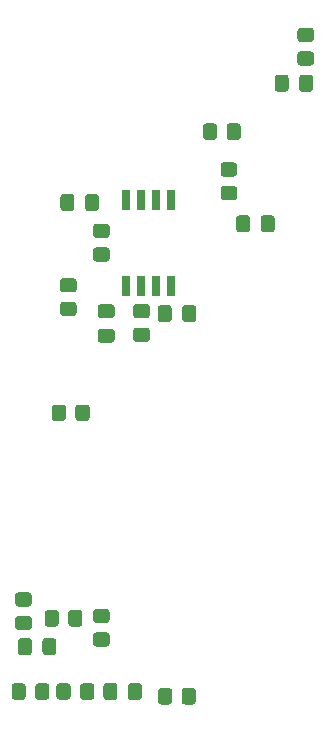
<source format=gbr>
%TF.GenerationSoftware,KiCad,Pcbnew,5.1.10*%
%TF.CreationDate,2021-09-21T18:47:02-07:00*%
%TF.ProjectId,MainBoard,4d61696e-426f-4617-9264-2e6b69636164,rev?*%
%TF.SameCoordinates,Original*%
%TF.FileFunction,Paste,Bot*%
%TF.FilePolarity,Positive*%
%FSLAX46Y46*%
G04 Gerber Fmt 4.6, Leading zero omitted, Abs format (unit mm)*
G04 Created by KiCad (PCBNEW 5.1.10) date 2021-09-21 18:47:02*
%MOMM*%
%LPD*%
G01*
G04 APERTURE LIST*
%ADD10R,0.650000X1.700000*%
G04 APERTURE END LIST*
D10*
%TO.C,IC1*%
X102305000Y-91150000D03*
X101035000Y-91150000D03*
X99765000Y-91150000D03*
X98495000Y-91150000D03*
X98495000Y-98450000D03*
X99765000Y-98450000D03*
X101035000Y-98450000D03*
X102305000Y-98450000D03*
%TD*%
%TO.C,R23*%
G36*
G01*
X94200000Y-109650001D02*
X94200000Y-108749999D01*
G75*
G02*
X94449999Y-108500000I249999J0D01*
G01*
X95150001Y-108500000D01*
G75*
G02*
X95400000Y-108749999I0J-249999D01*
G01*
X95400000Y-109650001D01*
G75*
G02*
X95150001Y-109900000I-249999J0D01*
G01*
X94449999Y-109900000D01*
G75*
G02*
X94200000Y-109650001I0J249999D01*
G01*
G37*
G36*
G01*
X92200000Y-109650001D02*
X92200000Y-108749999D01*
G75*
G02*
X92449999Y-108500000I249999J0D01*
G01*
X93150001Y-108500000D01*
G75*
G02*
X93400000Y-108749999I0J-249999D01*
G01*
X93400000Y-109650001D01*
G75*
G02*
X93150001Y-109900000I-249999J0D01*
G01*
X92449999Y-109900000D01*
G75*
G02*
X92200000Y-109650001I0J249999D01*
G01*
G37*
%TD*%
%TO.C,R22*%
G36*
G01*
X102400000Y-132749999D02*
X102400000Y-133650001D01*
G75*
G02*
X102150001Y-133900000I-249999J0D01*
G01*
X101449999Y-133900000D01*
G75*
G02*
X101200000Y-133650001I0J249999D01*
G01*
X101200000Y-132749999D01*
G75*
G02*
X101449999Y-132500000I249999J0D01*
G01*
X102150001Y-132500000D01*
G75*
G02*
X102400000Y-132749999I0J-249999D01*
G01*
G37*
G36*
G01*
X104400000Y-132749999D02*
X104400000Y-133650001D01*
G75*
G02*
X104150001Y-133900000I-249999J0D01*
G01*
X103449999Y-133900000D01*
G75*
G02*
X103200000Y-133650001I0J249999D01*
G01*
X103200000Y-132749999D01*
G75*
G02*
X103449999Y-132500000I249999J0D01*
G01*
X104150001Y-132500000D01*
G75*
G02*
X104400000Y-132749999I0J-249999D01*
G01*
G37*
%TD*%
%TO.C,R17*%
G36*
G01*
X106749999Y-90000000D02*
X107650001Y-90000000D01*
G75*
G02*
X107900000Y-90249999I0J-249999D01*
G01*
X107900000Y-90950001D01*
G75*
G02*
X107650001Y-91200000I-249999J0D01*
G01*
X106749999Y-91200000D01*
G75*
G02*
X106500000Y-90950001I0J249999D01*
G01*
X106500000Y-90249999D01*
G75*
G02*
X106749999Y-90000000I249999J0D01*
G01*
G37*
G36*
G01*
X106749999Y-88000000D02*
X107650001Y-88000000D01*
G75*
G02*
X107900000Y-88249999I0J-249999D01*
G01*
X107900000Y-88950001D01*
G75*
G02*
X107650001Y-89200000I-249999J0D01*
G01*
X106749999Y-89200000D01*
G75*
G02*
X106500000Y-88950001I0J249999D01*
G01*
X106500000Y-88249999D01*
G75*
G02*
X106749999Y-88000000I249999J0D01*
G01*
G37*
%TD*%
%TO.C,R15*%
G36*
G01*
X90250001Y-125600000D02*
X89349999Y-125600000D01*
G75*
G02*
X89100000Y-125350001I0J249999D01*
G01*
X89100000Y-124649999D01*
G75*
G02*
X89349999Y-124400000I249999J0D01*
G01*
X90250001Y-124400000D01*
G75*
G02*
X90500000Y-124649999I0J-249999D01*
G01*
X90500000Y-125350001D01*
G75*
G02*
X90250001Y-125600000I-249999J0D01*
G01*
G37*
G36*
G01*
X90250001Y-127600000D02*
X89349999Y-127600000D01*
G75*
G02*
X89100000Y-127350001I0J249999D01*
G01*
X89100000Y-126649999D01*
G75*
G02*
X89349999Y-126400000I249999J0D01*
G01*
X90250001Y-126400000D01*
G75*
G02*
X90500000Y-126649999I0J-249999D01*
G01*
X90500000Y-127350001D01*
G75*
G02*
X90250001Y-127600000I-249999J0D01*
G01*
G37*
%TD*%
%TO.C,R14*%
G36*
G01*
X93600000Y-127050001D02*
X93600000Y-126149999D01*
G75*
G02*
X93849999Y-125900000I249999J0D01*
G01*
X94550001Y-125900000D01*
G75*
G02*
X94800000Y-126149999I0J-249999D01*
G01*
X94800000Y-127050001D01*
G75*
G02*
X94550001Y-127300000I-249999J0D01*
G01*
X93849999Y-127300000D01*
G75*
G02*
X93600000Y-127050001I0J249999D01*
G01*
G37*
G36*
G01*
X91600000Y-127050001D02*
X91600000Y-126149999D01*
G75*
G02*
X91849999Y-125900000I249999J0D01*
G01*
X92550001Y-125900000D01*
G75*
G02*
X92800000Y-126149999I0J-249999D01*
G01*
X92800000Y-127050001D01*
G75*
G02*
X92550001Y-127300000I-249999J0D01*
G01*
X91849999Y-127300000D01*
G75*
G02*
X91600000Y-127050001I0J249999D01*
G01*
G37*
%TD*%
%TO.C,R13*%
G36*
G01*
X96850001Y-127000000D02*
X95949999Y-127000000D01*
G75*
G02*
X95700000Y-126750001I0J249999D01*
G01*
X95700000Y-126049999D01*
G75*
G02*
X95949999Y-125800000I249999J0D01*
G01*
X96850001Y-125800000D01*
G75*
G02*
X97100000Y-126049999I0J-249999D01*
G01*
X97100000Y-126750001D01*
G75*
G02*
X96850001Y-127000000I-249999J0D01*
G01*
G37*
G36*
G01*
X96850001Y-129000000D02*
X95949999Y-129000000D01*
G75*
G02*
X95700000Y-128750001I0J249999D01*
G01*
X95700000Y-128049999D01*
G75*
G02*
X95949999Y-127800000I249999J0D01*
G01*
X96850001Y-127800000D01*
G75*
G02*
X97100000Y-128049999I0J-249999D01*
G01*
X97100000Y-128750001D01*
G75*
G02*
X96850001Y-129000000I-249999J0D01*
G01*
G37*
%TD*%
%TO.C,R8*%
G36*
G01*
X95949999Y-95200000D02*
X96850001Y-95200000D01*
G75*
G02*
X97100000Y-95449999I0J-249999D01*
G01*
X97100000Y-96150001D01*
G75*
G02*
X96850001Y-96400000I-249999J0D01*
G01*
X95949999Y-96400000D01*
G75*
G02*
X95700000Y-96150001I0J249999D01*
G01*
X95700000Y-95449999D01*
G75*
G02*
X95949999Y-95200000I249999J0D01*
G01*
G37*
G36*
G01*
X95949999Y-93200000D02*
X96850001Y-93200000D01*
G75*
G02*
X97100000Y-93449999I0J-249999D01*
G01*
X97100000Y-94150001D01*
G75*
G02*
X96850001Y-94400000I-249999J0D01*
G01*
X95949999Y-94400000D01*
G75*
G02*
X95700000Y-94150001I0J249999D01*
G01*
X95700000Y-93449999D01*
G75*
G02*
X95949999Y-93200000I249999J0D01*
G01*
G37*
%TD*%
%TO.C,R7*%
G36*
G01*
X107000000Y-85850001D02*
X107000000Y-84949999D01*
G75*
G02*
X107249999Y-84700000I249999J0D01*
G01*
X107950001Y-84700000D01*
G75*
G02*
X108200000Y-84949999I0J-249999D01*
G01*
X108200000Y-85850001D01*
G75*
G02*
X107950001Y-86100000I-249999J0D01*
G01*
X107249999Y-86100000D01*
G75*
G02*
X107000000Y-85850001I0J249999D01*
G01*
G37*
G36*
G01*
X105000000Y-85850001D02*
X105000000Y-84949999D01*
G75*
G02*
X105249999Y-84700000I249999J0D01*
G01*
X105950001Y-84700000D01*
G75*
G02*
X106200000Y-84949999I0J-249999D01*
G01*
X106200000Y-85850001D01*
G75*
G02*
X105950001Y-86100000I-249999J0D01*
G01*
X105249999Y-86100000D01*
G75*
G02*
X105000000Y-85850001I0J249999D01*
G01*
G37*
%TD*%
%TO.C,R6*%
G36*
G01*
X113249999Y-78600000D02*
X114150001Y-78600000D01*
G75*
G02*
X114400000Y-78849999I0J-249999D01*
G01*
X114400000Y-79550001D01*
G75*
G02*
X114150001Y-79800000I-249999J0D01*
G01*
X113249999Y-79800000D01*
G75*
G02*
X113000000Y-79550001I0J249999D01*
G01*
X113000000Y-78849999D01*
G75*
G02*
X113249999Y-78600000I249999J0D01*
G01*
G37*
G36*
G01*
X113249999Y-76600000D02*
X114150001Y-76600000D01*
G75*
G02*
X114400000Y-76849999I0J-249999D01*
G01*
X114400000Y-77550001D01*
G75*
G02*
X114150001Y-77800000I-249999J0D01*
G01*
X113249999Y-77800000D01*
G75*
G02*
X113000000Y-77550001I0J249999D01*
G01*
X113000000Y-76849999D01*
G75*
G02*
X113249999Y-76600000I249999J0D01*
G01*
G37*
%TD*%
%TO.C,R5*%
G36*
G01*
X100250001Y-101200000D02*
X99349999Y-101200000D01*
G75*
G02*
X99100000Y-100950001I0J249999D01*
G01*
X99100000Y-100249999D01*
G75*
G02*
X99349999Y-100000000I249999J0D01*
G01*
X100250001Y-100000000D01*
G75*
G02*
X100500000Y-100249999I0J-249999D01*
G01*
X100500000Y-100950001D01*
G75*
G02*
X100250001Y-101200000I-249999J0D01*
G01*
G37*
G36*
G01*
X100250001Y-103200000D02*
X99349999Y-103200000D01*
G75*
G02*
X99100000Y-102950001I0J249999D01*
G01*
X99100000Y-102249999D01*
G75*
G02*
X99349999Y-102000000I249999J0D01*
G01*
X100250001Y-102000000D01*
G75*
G02*
X100500000Y-102249999I0J-249999D01*
G01*
X100500000Y-102950001D01*
G75*
G02*
X100250001Y-103200000I-249999J0D01*
G01*
G37*
%TD*%
%TO.C,R3*%
G36*
G01*
X94050001Y-99000000D02*
X93149999Y-99000000D01*
G75*
G02*
X92900000Y-98750001I0J249999D01*
G01*
X92900000Y-98049999D01*
G75*
G02*
X93149999Y-97800000I249999J0D01*
G01*
X94050001Y-97800000D01*
G75*
G02*
X94300000Y-98049999I0J-249999D01*
G01*
X94300000Y-98750001D01*
G75*
G02*
X94050001Y-99000000I-249999J0D01*
G01*
G37*
G36*
G01*
X94050001Y-101000000D02*
X93149999Y-101000000D01*
G75*
G02*
X92900000Y-100750001I0J249999D01*
G01*
X92900000Y-100049999D01*
G75*
G02*
X93149999Y-99800000I249999J0D01*
G01*
X94050001Y-99800000D01*
G75*
G02*
X94300000Y-100049999I0J-249999D01*
G01*
X94300000Y-100750001D01*
G75*
G02*
X94050001Y-101000000I-249999J0D01*
G01*
G37*
%TD*%
%TO.C,R2*%
G36*
G01*
X90800000Y-133250001D02*
X90800000Y-132349999D01*
G75*
G02*
X91049999Y-132100000I249999J0D01*
G01*
X91750001Y-132100000D01*
G75*
G02*
X92000000Y-132349999I0J-249999D01*
G01*
X92000000Y-133250001D01*
G75*
G02*
X91750001Y-133500000I-249999J0D01*
G01*
X91049999Y-133500000D01*
G75*
G02*
X90800000Y-133250001I0J249999D01*
G01*
G37*
G36*
G01*
X88800000Y-133250001D02*
X88800000Y-132349999D01*
G75*
G02*
X89049999Y-132100000I249999J0D01*
G01*
X89750001Y-132100000D01*
G75*
G02*
X90000000Y-132349999I0J-249999D01*
G01*
X90000000Y-133250001D01*
G75*
G02*
X89750001Y-133500000I-249999J0D01*
G01*
X89049999Y-133500000D01*
G75*
G02*
X88800000Y-133250001I0J249999D01*
G01*
G37*
%TD*%
%TO.C,R1*%
G36*
G01*
X94600000Y-133250001D02*
X94600000Y-132349999D01*
G75*
G02*
X94849999Y-132100000I249999J0D01*
G01*
X95550001Y-132100000D01*
G75*
G02*
X95800000Y-132349999I0J-249999D01*
G01*
X95800000Y-133250001D01*
G75*
G02*
X95550001Y-133500000I-249999J0D01*
G01*
X94849999Y-133500000D01*
G75*
G02*
X94600000Y-133250001I0J249999D01*
G01*
G37*
G36*
G01*
X92600000Y-133250001D02*
X92600000Y-132349999D01*
G75*
G02*
X92849999Y-132100000I249999J0D01*
G01*
X93550001Y-132100000D01*
G75*
G02*
X93800000Y-132349999I0J-249999D01*
G01*
X93800000Y-133250001D01*
G75*
G02*
X93550001Y-133500000I-249999J0D01*
G01*
X92849999Y-133500000D01*
G75*
G02*
X92600000Y-133250001I0J249999D01*
G01*
G37*
%TD*%
%TO.C,C11*%
G36*
G01*
X91412500Y-129475000D02*
X91412500Y-128525000D01*
G75*
G02*
X91662500Y-128275000I250000J0D01*
G01*
X92337500Y-128275000D01*
G75*
G02*
X92587500Y-128525000I0J-250000D01*
G01*
X92587500Y-129475000D01*
G75*
G02*
X92337500Y-129725000I-250000J0D01*
G01*
X91662500Y-129725000D01*
G75*
G02*
X91412500Y-129475000I0J250000D01*
G01*
G37*
G36*
G01*
X89337500Y-129475000D02*
X89337500Y-128525000D01*
G75*
G02*
X89587500Y-128275000I250000J0D01*
G01*
X90262500Y-128275000D01*
G75*
G02*
X90512500Y-128525000I0J-250000D01*
G01*
X90512500Y-129475000D01*
G75*
G02*
X90262500Y-129725000I-250000J0D01*
G01*
X89587500Y-129725000D01*
G75*
G02*
X89337500Y-129475000I0J250000D01*
G01*
G37*
%TD*%
%TO.C,C8*%
G36*
G01*
X109887500Y-93675000D02*
X109887500Y-92725000D01*
G75*
G02*
X110137500Y-92475000I250000J0D01*
G01*
X110812500Y-92475000D01*
G75*
G02*
X111062500Y-92725000I0J-250000D01*
G01*
X111062500Y-93675000D01*
G75*
G02*
X110812500Y-93925000I-250000J0D01*
G01*
X110137500Y-93925000D01*
G75*
G02*
X109887500Y-93675000I0J250000D01*
G01*
G37*
G36*
G01*
X107812500Y-93675000D02*
X107812500Y-92725000D01*
G75*
G02*
X108062500Y-92475000I250000J0D01*
G01*
X108737500Y-92475000D01*
G75*
G02*
X108987500Y-92725000I0J-250000D01*
G01*
X108987500Y-93675000D01*
G75*
G02*
X108737500Y-93925000I-250000J0D01*
G01*
X108062500Y-93925000D01*
G75*
G02*
X107812500Y-93675000I0J250000D01*
G01*
G37*
%TD*%
%TO.C,C5*%
G36*
G01*
X94112500Y-90925000D02*
X94112500Y-91875000D01*
G75*
G02*
X93862500Y-92125000I-250000J0D01*
G01*
X93187500Y-92125000D01*
G75*
G02*
X92937500Y-91875000I0J250000D01*
G01*
X92937500Y-90925000D01*
G75*
G02*
X93187500Y-90675000I250000J0D01*
G01*
X93862500Y-90675000D01*
G75*
G02*
X94112500Y-90925000I0J-250000D01*
G01*
G37*
G36*
G01*
X96187500Y-90925000D02*
X96187500Y-91875000D01*
G75*
G02*
X95937500Y-92125000I-250000J0D01*
G01*
X95262500Y-92125000D01*
G75*
G02*
X95012500Y-91875000I0J250000D01*
G01*
X95012500Y-90925000D01*
G75*
G02*
X95262500Y-90675000I250000J0D01*
G01*
X95937500Y-90675000D01*
G75*
G02*
X96187500Y-90925000I0J-250000D01*
G01*
G37*
%TD*%
%TO.C,C4*%
G36*
G01*
X103250000Y-101275000D02*
X103250000Y-100325000D01*
G75*
G02*
X103500000Y-100075000I250000J0D01*
G01*
X104175000Y-100075000D01*
G75*
G02*
X104425000Y-100325000I0J-250000D01*
G01*
X104425000Y-101275000D01*
G75*
G02*
X104175000Y-101525000I-250000J0D01*
G01*
X103500000Y-101525000D01*
G75*
G02*
X103250000Y-101275000I0J250000D01*
G01*
G37*
G36*
G01*
X101175000Y-101275000D02*
X101175000Y-100325000D01*
G75*
G02*
X101425000Y-100075000I250000J0D01*
G01*
X102100000Y-100075000D01*
G75*
G02*
X102350000Y-100325000I0J-250000D01*
G01*
X102350000Y-101275000D01*
G75*
G02*
X102100000Y-101525000I-250000J0D01*
G01*
X101425000Y-101525000D01*
G75*
G02*
X101175000Y-101275000I0J250000D01*
G01*
G37*
%TD*%
%TO.C,C3*%
G36*
G01*
X113150000Y-81775000D02*
X113150000Y-80825000D01*
G75*
G02*
X113400000Y-80575000I250000J0D01*
G01*
X114075000Y-80575000D01*
G75*
G02*
X114325000Y-80825000I0J-250000D01*
G01*
X114325000Y-81775000D01*
G75*
G02*
X114075000Y-82025000I-250000J0D01*
G01*
X113400000Y-82025000D01*
G75*
G02*
X113150000Y-81775000I0J250000D01*
G01*
G37*
G36*
G01*
X111075000Y-81775000D02*
X111075000Y-80825000D01*
G75*
G02*
X111325000Y-80575000I250000J0D01*
G01*
X112000000Y-80575000D01*
G75*
G02*
X112250000Y-80825000I0J-250000D01*
G01*
X112250000Y-81775000D01*
G75*
G02*
X112000000Y-82025000I-250000J0D01*
G01*
X111325000Y-82025000D01*
G75*
G02*
X111075000Y-81775000I0J250000D01*
G01*
G37*
%TD*%
%TO.C,C2*%
G36*
G01*
X97275000Y-101187500D02*
X96325000Y-101187500D01*
G75*
G02*
X96075000Y-100937500I0J250000D01*
G01*
X96075000Y-100262500D01*
G75*
G02*
X96325000Y-100012500I250000J0D01*
G01*
X97275000Y-100012500D01*
G75*
G02*
X97525000Y-100262500I0J-250000D01*
G01*
X97525000Y-100937500D01*
G75*
G02*
X97275000Y-101187500I-250000J0D01*
G01*
G37*
G36*
G01*
X97275000Y-103262500D02*
X96325000Y-103262500D01*
G75*
G02*
X96075000Y-103012500I0J250000D01*
G01*
X96075000Y-102337500D01*
G75*
G02*
X96325000Y-102087500I250000J0D01*
G01*
X97275000Y-102087500D01*
G75*
G02*
X97525000Y-102337500I0J-250000D01*
G01*
X97525000Y-103012500D01*
G75*
G02*
X97275000Y-103262500I-250000J0D01*
G01*
G37*
%TD*%
%TO.C,C1*%
G36*
G01*
X98650000Y-133275000D02*
X98650000Y-132325000D01*
G75*
G02*
X98900000Y-132075000I250000J0D01*
G01*
X99575000Y-132075000D01*
G75*
G02*
X99825000Y-132325000I0J-250000D01*
G01*
X99825000Y-133275000D01*
G75*
G02*
X99575000Y-133525000I-250000J0D01*
G01*
X98900000Y-133525000D01*
G75*
G02*
X98650000Y-133275000I0J250000D01*
G01*
G37*
G36*
G01*
X96575000Y-133275000D02*
X96575000Y-132325000D01*
G75*
G02*
X96825000Y-132075000I250000J0D01*
G01*
X97500000Y-132075000D01*
G75*
G02*
X97750000Y-132325000I0J-250000D01*
G01*
X97750000Y-133275000D01*
G75*
G02*
X97500000Y-133525000I-250000J0D01*
G01*
X96825000Y-133525000D01*
G75*
G02*
X96575000Y-133275000I0J250000D01*
G01*
G37*
%TD*%
M02*

</source>
